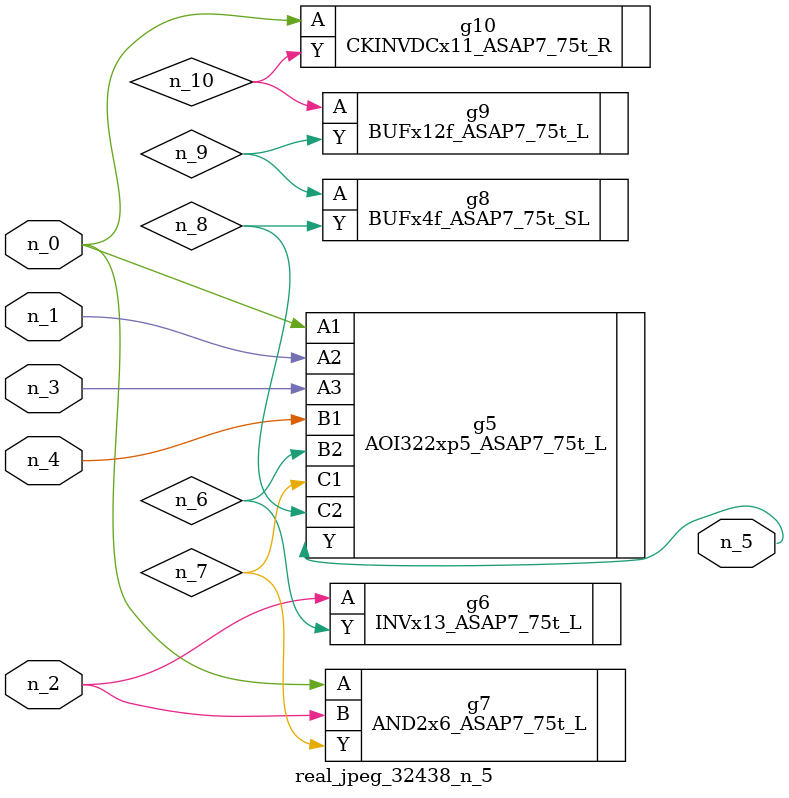
<source format=v>
module real_jpeg_32438_n_5 (n_4, n_0, n_1, n_2, n_3, n_5);

input n_4;
input n_0;
input n_1;
input n_2;
input n_3;

output n_5;

wire n_8;
wire n_6;
wire n_7;
wire n_10;
wire n_9;

AOI322xp5_ASAP7_75t_L g5 ( 
.A1(n_0),
.A2(n_1),
.A3(n_3),
.B1(n_4),
.B2(n_6),
.C1(n_7),
.C2(n_8),
.Y(n_5)
);

AND2x6_ASAP7_75t_L g7 ( 
.A(n_0),
.B(n_2),
.Y(n_7)
);

CKINVDCx11_ASAP7_75t_R g10 ( 
.A(n_0),
.Y(n_10)
);

INVx13_ASAP7_75t_L g6 ( 
.A(n_2),
.Y(n_6)
);

BUFx4f_ASAP7_75t_SL g8 ( 
.A(n_9),
.Y(n_8)
);

BUFx12f_ASAP7_75t_L g9 ( 
.A(n_10),
.Y(n_9)
);


endmodule
</source>
